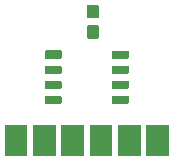
<source format=gbr>
G04 #@! TF.GenerationSoftware,KiCad,Pcbnew,5.1.6+dfsg1-1~bpo10+1*
G04 #@! TF.CreationDate,2020-07-24T12:50:56-05:00*
G04 #@! TF.ProjectId,BMagSensBoard,424d6167-5365-46e7-9342-6f6172642e6b,v1.0*
G04 #@! TF.SameCoordinates,Original*
G04 #@! TF.FileFunction,Soldermask,Top*
G04 #@! TF.FilePolarity,Negative*
%FSLAX46Y46*%
G04 Gerber Fmt 4.6, Leading zero omitted, Abs format (unit mm)*
G04 Created by KiCad (PCBNEW 5.1.6+dfsg1-1~bpo10+1) date 2020-07-24 12:50:56*
%MOMM*%
%LPD*%
G01*
G04 APERTURE LIST*
%ADD10C,0.100000*%
G04 APERTURE END LIST*
D10*
G36*
X144163000Y-95077800D02*
G01*
X142261000Y-95077800D01*
X142261000Y-92475800D01*
X144163000Y-92475800D01*
X144163000Y-95077800D01*
G37*
G36*
X151363000Y-95077800D02*
G01*
X149461000Y-95077800D01*
X149461000Y-92475800D01*
X151363000Y-92475800D01*
X151363000Y-95077800D01*
G37*
G36*
X153763000Y-95077800D02*
G01*
X151861000Y-95077800D01*
X151861000Y-92475800D01*
X153763000Y-92475800D01*
X153763000Y-95077800D01*
G37*
G36*
X141763000Y-95077800D02*
G01*
X139861000Y-95077800D01*
X139861000Y-92475800D01*
X141763000Y-92475800D01*
X141763000Y-95077800D01*
G37*
G36*
X146563000Y-95077800D02*
G01*
X144661000Y-95077800D01*
X144661000Y-92475800D01*
X146563000Y-92475800D01*
X146563000Y-95077800D01*
G37*
G36*
X148963000Y-95077800D02*
G01*
X147061000Y-95077800D01*
X147061000Y-92475800D01*
X148963000Y-92475800D01*
X148963000Y-95077800D01*
G37*
G36*
X150271928Y-89999564D02*
G01*
X150293009Y-90005960D01*
X150312445Y-90016348D01*
X150329476Y-90030324D01*
X150343452Y-90047355D01*
X150353840Y-90066791D01*
X150360236Y-90087872D01*
X150363000Y-90115940D01*
X150363000Y-90579660D01*
X150360236Y-90607728D01*
X150353840Y-90628809D01*
X150343452Y-90648245D01*
X150329476Y-90665276D01*
X150312445Y-90679252D01*
X150293009Y-90689640D01*
X150271928Y-90696036D01*
X150243860Y-90698800D01*
X149070140Y-90698800D01*
X149042072Y-90696036D01*
X149020991Y-90689640D01*
X149001555Y-90679252D01*
X148984524Y-90665276D01*
X148970548Y-90648245D01*
X148960160Y-90628809D01*
X148953764Y-90607728D01*
X148951000Y-90579660D01*
X148951000Y-90115940D01*
X148953764Y-90087872D01*
X148960160Y-90066791D01*
X148970548Y-90047355D01*
X148984524Y-90030324D01*
X149001555Y-90016348D01*
X149020991Y-90005960D01*
X149042072Y-89999564D01*
X149070140Y-89996800D01*
X150243860Y-89996800D01*
X150271928Y-89999564D01*
G37*
G36*
X144581928Y-89999564D02*
G01*
X144603009Y-90005960D01*
X144622445Y-90016348D01*
X144639476Y-90030324D01*
X144653452Y-90047355D01*
X144663840Y-90066791D01*
X144670236Y-90087872D01*
X144673000Y-90115940D01*
X144673000Y-90579660D01*
X144670236Y-90607728D01*
X144663840Y-90628809D01*
X144653452Y-90648245D01*
X144639476Y-90665276D01*
X144622445Y-90679252D01*
X144603009Y-90689640D01*
X144581928Y-90696036D01*
X144553860Y-90698800D01*
X143380140Y-90698800D01*
X143352072Y-90696036D01*
X143330991Y-90689640D01*
X143311555Y-90679252D01*
X143294524Y-90665276D01*
X143280548Y-90648245D01*
X143270160Y-90628809D01*
X143263764Y-90607728D01*
X143261000Y-90579660D01*
X143261000Y-90115940D01*
X143263764Y-90087872D01*
X143270160Y-90066791D01*
X143280548Y-90047355D01*
X143294524Y-90030324D01*
X143311555Y-90016348D01*
X143330991Y-90005960D01*
X143352072Y-89999564D01*
X143380140Y-89996800D01*
X144553860Y-89996800D01*
X144581928Y-89999564D01*
G37*
G36*
X144581928Y-88729564D02*
G01*
X144603009Y-88735960D01*
X144622445Y-88746348D01*
X144639476Y-88760324D01*
X144653452Y-88777355D01*
X144663840Y-88796791D01*
X144670236Y-88817872D01*
X144673000Y-88845940D01*
X144673000Y-89309660D01*
X144670236Y-89337728D01*
X144663840Y-89358809D01*
X144653452Y-89378245D01*
X144639476Y-89395276D01*
X144622445Y-89409252D01*
X144603009Y-89419640D01*
X144581928Y-89426036D01*
X144553860Y-89428800D01*
X143380140Y-89428800D01*
X143352072Y-89426036D01*
X143330991Y-89419640D01*
X143311555Y-89409252D01*
X143294524Y-89395276D01*
X143280548Y-89378245D01*
X143270160Y-89358809D01*
X143263764Y-89337728D01*
X143261000Y-89309660D01*
X143261000Y-88845940D01*
X143263764Y-88817872D01*
X143270160Y-88796791D01*
X143280548Y-88777355D01*
X143294524Y-88760324D01*
X143311555Y-88746348D01*
X143330991Y-88735960D01*
X143352072Y-88729564D01*
X143380140Y-88726800D01*
X144553860Y-88726800D01*
X144581928Y-88729564D01*
G37*
G36*
X150271928Y-88729564D02*
G01*
X150293009Y-88735960D01*
X150312445Y-88746348D01*
X150329476Y-88760324D01*
X150343452Y-88777355D01*
X150353840Y-88796791D01*
X150360236Y-88817872D01*
X150363000Y-88845940D01*
X150363000Y-89309660D01*
X150360236Y-89337728D01*
X150353840Y-89358809D01*
X150343452Y-89378245D01*
X150329476Y-89395276D01*
X150312445Y-89409252D01*
X150293009Y-89419640D01*
X150271928Y-89426036D01*
X150243860Y-89428800D01*
X149070140Y-89428800D01*
X149042072Y-89426036D01*
X149020991Y-89419640D01*
X149001555Y-89409252D01*
X148984524Y-89395276D01*
X148970548Y-89378245D01*
X148960160Y-89358809D01*
X148953764Y-89337728D01*
X148951000Y-89309660D01*
X148951000Y-88845940D01*
X148953764Y-88817872D01*
X148960160Y-88796791D01*
X148970548Y-88777355D01*
X148984524Y-88760324D01*
X149001555Y-88746348D01*
X149020991Y-88735960D01*
X149042072Y-88729564D01*
X149070140Y-88726800D01*
X150243860Y-88726800D01*
X150271928Y-88729564D01*
G37*
G36*
X144581928Y-87459564D02*
G01*
X144603009Y-87465960D01*
X144622445Y-87476348D01*
X144639476Y-87490324D01*
X144653452Y-87507355D01*
X144663840Y-87526791D01*
X144670236Y-87547872D01*
X144673000Y-87575940D01*
X144673000Y-88039660D01*
X144670236Y-88067728D01*
X144663840Y-88088809D01*
X144653452Y-88108245D01*
X144639476Y-88125276D01*
X144622445Y-88139252D01*
X144603009Y-88149640D01*
X144581928Y-88156036D01*
X144553860Y-88158800D01*
X143380140Y-88158800D01*
X143352072Y-88156036D01*
X143330991Y-88149640D01*
X143311555Y-88139252D01*
X143294524Y-88125276D01*
X143280548Y-88108245D01*
X143270160Y-88088809D01*
X143263764Y-88067728D01*
X143261000Y-88039660D01*
X143261000Y-87575940D01*
X143263764Y-87547872D01*
X143270160Y-87526791D01*
X143280548Y-87507355D01*
X143294524Y-87490324D01*
X143311555Y-87476348D01*
X143330991Y-87465960D01*
X143352072Y-87459564D01*
X143380140Y-87456800D01*
X144553860Y-87456800D01*
X144581928Y-87459564D01*
G37*
G36*
X150271928Y-87459564D02*
G01*
X150293009Y-87465960D01*
X150312445Y-87476348D01*
X150329476Y-87490324D01*
X150343452Y-87507355D01*
X150353840Y-87526791D01*
X150360236Y-87547872D01*
X150363000Y-87575940D01*
X150363000Y-88039660D01*
X150360236Y-88067728D01*
X150353840Y-88088809D01*
X150343452Y-88108245D01*
X150329476Y-88125276D01*
X150312445Y-88139252D01*
X150293009Y-88149640D01*
X150271928Y-88156036D01*
X150243860Y-88158800D01*
X149070140Y-88158800D01*
X149042072Y-88156036D01*
X149020991Y-88149640D01*
X149001555Y-88139252D01*
X148984524Y-88125276D01*
X148970548Y-88108245D01*
X148960160Y-88088809D01*
X148953764Y-88067728D01*
X148951000Y-88039660D01*
X148951000Y-87575940D01*
X148953764Y-87547872D01*
X148960160Y-87526791D01*
X148970548Y-87507355D01*
X148984524Y-87490324D01*
X149001555Y-87476348D01*
X149020991Y-87465960D01*
X149042072Y-87459564D01*
X149070140Y-87456800D01*
X150243860Y-87456800D01*
X150271928Y-87459564D01*
G37*
G36*
X144571867Y-86164804D02*
G01*
X144595292Y-86171910D01*
X144616889Y-86183454D01*
X144635814Y-86198986D01*
X144651346Y-86217911D01*
X144662890Y-86239508D01*
X144669996Y-86262933D01*
X144673000Y-86293438D01*
X144673000Y-86782162D01*
X144669996Y-86812667D01*
X144662890Y-86836092D01*
X144651346Y-86857689D01*
X144635814Y-86876614D01*
X144616889Y-86892146D01*
X144595292Y-86903690D01*
X144571867Y-86910796D01*
X144541362Y-86913800D01*
X143392638Y-86913800D01*
X143362133Y-86910796D01*
X143338708Y-86903690D01*
X143317111Y-86892146D01*
X143298186Y-86876614D01*
X143282654Y-86857689D01*
X143271110Y-86836092D01*
X143264004Y-86812667D01*
X143261000Y-86782162D01*
X143261000Y-86293438D01*
X143264004Y-86262933D01*
X143271110Y-86239508D01*
X143282654Y-86217911D01*
X143298186Y-86198986D01*
X143317111Y-86183454D01*
X143338708Y-86171910D01*
X143362133Y-86164804D01*
X143392638Y-86161800D01*
X144541362Y-86161800D01*
X144571867Y-86164804D01*
G37*
G36*
X150266928Y-86189564D02*
G01*
X150288009Y-86195960D01*
X150307445Y-86206348D01*
X150324476Y-86220324D01*
X150338452Y-86237355D01*
X150348840Y-86256791D01*
X150355236Y-86277872D01*
X150358000Y-86305940D01*
X150358000Y-86769660D01*
X150355236Y-86797728D01*
X150348840Y-86818809D01*
X150338452Y-86838245D01*
X150324476Y-86855276D01*
X150307445Y-86869252D01*
X150288009Y-86879640D01*
X150266928Y-86886036D01*
X150238860Y-86888800D01*
X149065140Y-86888800D01*
X149037072Y-86886036D01*
X149015991Y-86879640D01*
X148996555Y-86869252D01*
X148979524Y-86855276D01*
X148965548Y-86838245D01*
X148955160Y-86818809D01*
X148948764Y-86797728D01*
X148946000Y-86769660D01*
X148946000Y-86305940D01*
X148948764Y-86277872D01*
X148955160Y-86256791D01*
X148965548Y-86237355D01*
X148979524Y-86220324D01*
X148996555Y-86206348D01*
X149015991Y-86195960D01*
X149037072Y-86189564D01*
X149065140Y-86186800D01*
X150238860Y-86186800D01*
X150266928Y-86189564D01*
G37*
G36*
X147684499Y-84047245D02*
G01*
X147721995Y-84058620D01*
X147756554Y-84077092D01*
X147786847Y-84101953D01*
X147811708Y-84132246D01*
X147830180Y-84166805D01*
X147841555Y-84204301D01*
X147846000Y-84249438D01*
X147846000Y-84988162D01*
X147841555Y-85033299D01*
X147830180Y-85070795D01*
X147811708Y-85105354D01*
X147786847Y-85135647D01*
X147756554Y-85160508D01*
X147721995Y-85178980D01*
X147684499Y-85190355D01*
X147639362Y-85194800D01*
X147000638Y-85194800D01*
X146955501Y-85190355D01*
X146918005Y-85178980D01*
X146883446Y-85160508D01*
X146853153Y-85135647D01*
X146828292Y-85105354D01*
X146809820Y-85070795D01*
X146798445Y-85033299D01*
X146794000Y-84988162D01*
X146794000Y-84249438D01*
X146798445Y-84204301D01*
X146809820Y-84166805D01*
X146828292Y-84132246D01*
X146853153Y-84101953D01*
X146883446Y-84077092D01*
X146918005Y-84058620D01*
X146955501Y-84047245D01*
X147000638Y-84042800D01*
X147639362Y-84042800D01*
X147684499Y-84047245D01*
G37*
G36*
X147684499Y-82297245D02*
G01*
X147721995Y-82308620D01*
X147756554Y-82327092D01*
X147786847Y-82351953D01*
X147811708Y-82382246D01*
X147830180Y-82416805D01*
X147841555Y-82454301D01*
X147846000Y-82499438D01*
X147846000Y-83238162D01*
X147841555Y-83283299D01*
X147830180Y-83320795D01*
X147811708Y-83355354D01*
X147786847Y-83385647D01*
X147756554Y-83410508D01*
X147721995Y-83428980D01*
X147684499Y-83440355D01*
X147639362Y-83444800D01*
X147000638Y-83444800D01*
X146955501Y-83440355D01*
X146918005Y-83428980D01*
X146883446Y-83410508D01*
X146853153Y-83385647D01*
X146828292Y-83355354D01*
X146809820Y-83320795D01*
X146798445Y-83283299D01*
X146794000Y-83238162D01*
X146794000Y-82499438D01*
X146798445Y-82454301D01*
X146809820Y-82416805D01*
X146828292Y-82382246D01*
X146853153Y-82351953D01*
X146883446Y-82327092D01*
X146918005Y-82308620D01*
X146955501Y-82297245D01*
X147000638Y-82292800D01*
X147639362Y-82292800D01*
X147684499Y-82297245D01*
G37*
M02*

</source>
